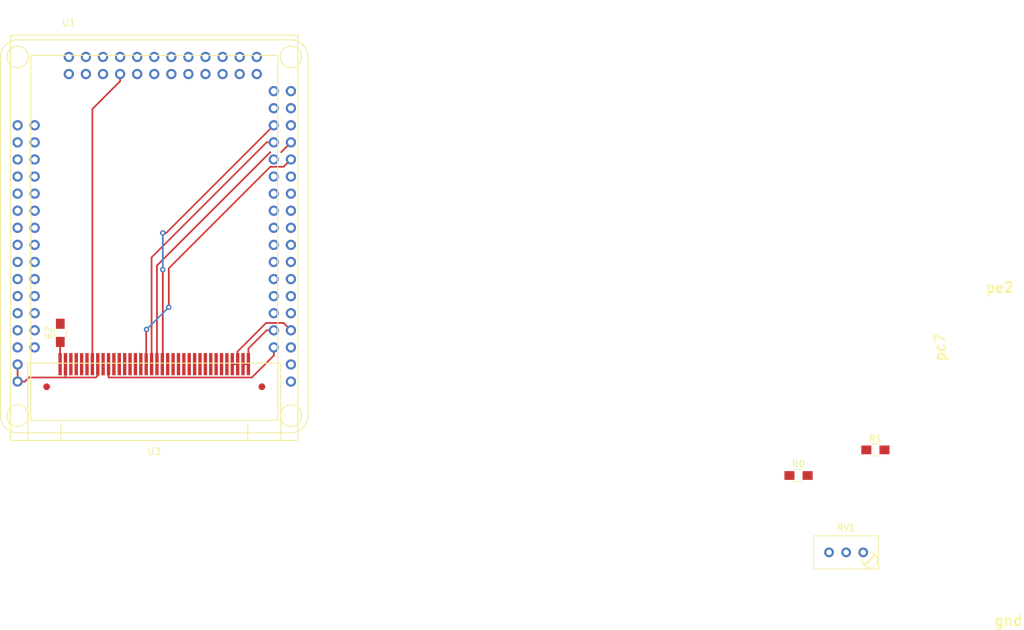
<source format=kicad_pcb>
(kicad_pcb (version 20170123) (host pcbnew "(2017-07-19 revision 242c47ffd)-makepkg")

  (general
    (thickness 1.6)
    (drawings 3)
    (tracks 57)
    (zones 0)
    (modules 6)
    (nets 98)
  )

  (page A4)
  (layers
    (0 F.Cu signal)
    (31 B.Cu signal)
    (32 B.Adhes user)
    (33 F.Adhes user)
    (34 B.Paste user)
    (35 F.Paste user)
    (36 B.SilkS user)
    (37 F.SilkS user)
    (38 B.Mask user)
    (39 F.Mask user)
    (40 Dwgs.User user hide)
    (41 Cmts.User user)
    (42 Eco1.User user)
    (43 Eco2.User user)
    (44 Edge.Cuts user)
    (45 Margin user)
    (46 B.CrtYd user)
    (47 F.CrtYd user)
    (48 B.Fab user)
    (49 F.Fab user)
  )

  (setup
    (last_trace_width 0.25)
    (trace_clearance 0.2)
    (zone_clearance 0.508)
    (zone_45_only no)
    (trace_min 0.2)
    (segment_width 0.2)
    (edge_width 0.1)
    (via_size 0.8)
    (via_drill 0.4)
    (via_min_size 0.4)
    (via_min_drill 0.3)
    (uvia_size 0.3)
    (uvia_drill 0.1)
    (uvias_allowed no)
    (uvia_min_size 0.2)
    (uvia_min_drill 0.1)
    (pcb_text_width 0.3)
    (pcb_text_size 1.5 1.5)
    (mod_edge_width 0.15)
    (mod_text_size 1 1)
    (mod_text_width 0.15)
    (pad_size 1.5 1.5)
    (pad_drill 0.6)
    (pad_to_mask_clearance 0)
    (aux_axis_origin 0 0)
    (visible_elements 7FFFFFFF)
    (pcbplotparams
      (layerselection 0x00030_ffffffff)
      (usegerberextensions false)
      (excludeedgelayer true)
      (linewidth 0.100000)
      (plotframeref false)
      (viasonmask false)
      (mode 1)
      (useauxorigin false)
      (hpglpennumber 1)
      (hpglpenspeed 20)
      (hpglpendiameter 15)
      (psnegative false)
      (psa4output false)
      (plotreference true)
      (plotvalue true)
      (plotinvisibletext false)
      (padsonsilk false)
      (subtractmaskfromsilk false)
      (outputformat 1)
      (mirror false)
      (drillshape 1)
      (scaleselection 1)
      (outputdirectory ""))
  )

  (net 0 "")
  (net 1 +3V3)
  (net 2 GND)
  (net 3 /PC11)
  (net 4 "Net-(U3-Pad7)")
  (net 5 "Net-(U3-Pad8)")
  (net 6 "Net-(U3-Pad9)")
  (net 7 "Net-(U3-Pad10)")
  (net 8 "Net-(U3-Pad11)")
  (net 9 "Net-(U3-Pad12)")
  (net 10 "Net-(U3-Pad13)")
  (net 11 "Net-(U3-Pad14)")
  (net 12 "Net-(U3-Pad15)")
  (net 13 "Net-(U3-Pad16)")
  (net 14 /PE10)
  (net 15 /PE9)
  (net 16 /PE8)
  (net 17 /PE7)
  (net 18 /PD1)
  (net 19 /PD0)
  (net 20 /PD15)
  (net 21 /PD14)
  (net 22 /PD4)
  (net 23 /PD5)
  (net 24 /PE6)
  (net 25 /PD7)
  (net 26 "Net-(R2-Pad1)")
  (net 27 VCC)
  (net 28 "Net-(R0-Pad1)")
  (net 29 "Net-(R2-Pad2)")
  (net 30 "Net-(RV1-Pad3)")
  (net 31 /PB7)
  (net 32 /PE0)
  (net 33 /PB5)
  (net 34 /PB6)
  (net 35 /PB3)
  (net 36 /PB4)
  (net 37 /PD6)
  (net 38 /PD2)
  (net 39 /PD3)
  (net 40 /PC12)
  (net 41 /PA15)
  (net 42 /PC10)
  (net 43 /PA13)
  (net 44 /PA14)
  (net 45 /PA11)
  (net 46 /PA12)
  (net 47 /PA9)
  (net 48 /PA10)
  (net 49 /PC9)
  (net 50 /PA8)
  (net 51 /PE3)
  (net 52 /PE2)
  (net 53 /PE5)
  (net 54 /PE4)
  (net 55 /PC13)
  (net 56 /PC1)
  (net 57 /PC0)
  (net 58 /PA0)
  (net 59 /PC2)
  (net 60 /PA2)
  (net 61 /PA1)
  (net 62 /PA3)
  (net 63 /PC3)
  (net 64 /PA5)
  (net 65 /PA4)
  (net 66 /PA7)
  (net 67 /PA6)
  (net 68 /PC5)
  (net 69 /PC4)
  (net 70 /PB1)
  (net 71 /PB0)
  (net 72 /PB9)
  (net 73 /PB8)
  (net 74 /PE1)
  (net 75 /PB2)
  (net 76 /PC7)
  (net 77 /PC8)
  (net 78 /PC6)
  (net 79 /PD13)
  (net 80 /PD11)
  (net 81 /PD12)
  (net 82 /PD9)
  (net 83 /PD10)
  (net 84 /PB15)
  (net 85 /PD8)
  (net 86 /PB13)
  (net 87 /PB14)
  (net 88 /PB12)
  (net 89 /PB11)
  (net 90 /PB10)
  (net 91 /PE15)
  (net 92 /PE14)
  (net 93 /PE13)
  (net 94 /PE12)
  (net 95 /PE11)
  (net 96 /BOOT1)
  (net 97 /BOOT0)

  (net_class Default "This is the default net class."
    (clearance 0.2)
    (trace_width 0.25)
    (via_dia 0.8)
    (via_drill 0.4)
    (uvia_dia 0.3)
    (uvia_drill 0.1)
    (add_net +3V3)
    (add_net /BOOT0)
    (add_net /BOOT1)
    (add_net /PA0)
    (add_net /PA1)
    (add_net /PA10)
    (add_net /PA11)
    (add_net /PA12)
    (add_net /PA13)
    (add_net /PA14)
    (add_net /PA15)
    (add_net /PA2)
    (add_net /PA3)
    (add_net /PA4)
    (add_net /PA5)
    (add_net /PA6)
    (add_net /PA7)
    (add_net /PA8)
    (add_net /PA9)
    (add_net /PB0)
    (add_net /PB1)
    (add_net /PB10)
    (add_net /PB11)
    (add_net /PB12)
    (add_net /PB13)
    (add_net /PB14)
    (add_net /PB15)
    (add_net /PB2)
    (add_net /PB3)
    (add_net /PB4)
    (add_net /PB5)
    (add_net /PB6)
    (add_net /PB7)
    (add_net /PB8)
    (add_net /PB9)
    (add_net /PC0)
    (add_net /PC1)
    (add_net /PC10)
    (add_net /PC11)
    (add_net /PC12)
    (add_net /PC13)
    (add_net /PC2)
    (add_net /PC3)
    (add_net /PC4)
    (add_net /PC5)
    (add_net /PC6)
    (add_net /PC7)
    (add_net /PC8)
    (add_net /PC9)
    (add_net /PD0)
    (add_net /PD1)
    (add_net /PD10)
    (add_net /PD11)
    (add_net /PD12)
    (add_net /PD13)
    (add_net /PD14)
    (add_net /PD15)
    (add_net /PD2)
    (add_net /PD3)
    (add_net /PD4)
    (add_net /PD5)
    (add_net /PD6)
    (add_net /PD7)
    (add_net /PD8)
    (add_net /PD9)
    (add_net /PE0)
    (add_net /PE1)
    (add_net /PE10)
    (add_net /PE11)
    (add_net /PE12)
    (add_net /PE13)
    (add_net /PE14)
    (add_net /PE15)
    (add_net /PE2)
    (add_net /PE3)
    (add_net /PE4)
    (add_net /PE5)
    (add_net /PE6)
    (add_net /PE7)
    (add_net /PE8)
    (add_net /PE9)
    (add_net GND)
    (add_net "Net-(R0-Pad1)")
    (add_net "Net-(R2-Pad1)")
    (add_net "Net-(R2-Pad2)")
    (add_net "Net-(RV1-Pad3)")
    (add_net "Net-(U3-Pad10)")
    (add_net "Net-(U3-Pad11)")
    (add_net "Net-(U3-Pad12)")
    (add_net "Net-(U3-Pad13)")
    (add_net "Net-(U3-Pad14)")
    (add_net "Net-(U3-Pad15)")
    (add_net "Net-(U3-Pad16)")
    (add_net "Net-(U3-Pad7)")
    (add_net "Net-(U3-Pad8)")
    (add_net "Net-(U3-Pad9)")
    (add_net VCC)
  )

  (module Resistors_SMD:R_0805_HandSoldering (layer F.Cu) (tedit 58E0A804) (tstamp 59FDAF05)
    (at 120.65 104.521 90)
    (descr "Resistor SMD 0805, hand soldering")
    (tags "resistor 0805")
    (path /596E36D2)
    (attr smd)
    (fp_text reference R2 (at 0 -1.7 90) (layer F.SilkS)
      (effects (font (size 1 1) (thickness 0.15)))
    )
    (fp_text value 1 (at 0 1.75 90) (layer F.Fab)
      (effects (font (size 1 1) (thickness 0.15)))
    )
    (fp_line (start 2.35 0.9) (end -2.35 0.9) (layer F.CrtYd) (width 0.05))
    (fp_line (start 2.35 0.9) (end 2.35 -0.9) (layer F.CrtYd) (width 0.05))
    (fp_line (start -2.35 -0.9) (end -2.35 0.9) (layer F.CrtYd) (width 0.05))
    (fp_line (start -2.35 -0.9) (end 2.35 -0.9) (layer F.CrtYd) (width 0.05))
    (fp_line (start -0.6 -0.88) (end 0.6 -0.88) (layer F.SilkS) (width 0.12))
    (fp_line (start 0.6 0.88) (end -0.6 0.88) (layer F.SilkS) (width 0.12))
    (fp_line (start -1 -0.62) (end 1 -0.62) (layer F.Fab) (width 0.1))
    (fp_line (start 1 -0.62) (end 1 0.62) (layer F.Fab) (width 0.1))
    (fp_line (start 1 0.62) (end -1 0.62) (layer F.Fab) (width 0.1))
    (fp_line (start -1 0.62) (end -1 -0.62) (layer F.Fab) (width 0.1))
    (fp_text user %R (at 0 0 90) (layer F.Fab)
      (effects (font (size 0.5 0.5) (thickness 0.075)))
    )
    (pad 2 smd rect (at 1.35 0 90) (size 1.5 1.3) (layers F.Cu F.Paste F.Mask)
      (net 29 "Net-(R2-Pad2)"))
    (pad 1 smd rect (at -1.35 0 90) (size 1.5 1.3) (layers F.Cu F.Paste F.Mask)
      (net 26 "Net-(R2-Pad1)"))
    (model ${KISYS3DMOD}/Resistors_SMD.3dshapes/R_0805.wrl
      (at (xyz 0 0 0))
      (scale (xyz 1 1 1))
      (rotate (xyz 0 0 0))
    )
  )

  (module Resistors_SMD:R_0805_HandSoldering (layer F.Cu) (tedit 58E0A804) (tstamp 59FDAEF5)
    (at 241.84 121.92)
    (descr "Resistor SMD 0805, hand soldering")
    (tags "resistor 0805")
    (path /59FB52AD)
    (attr smd)
    (fp_text reference R1 (at 0 -1.7) (layer F.SilkS)
      (effects (font (size 1 1) (thickness 0.15)))
    )
    (fp_text value 0 (at 0 1.75) (layer F.Fab)
      (effects (font (size 1 1) (thickness 0.15)))
    )
    (fp_text user %R (at 0 0) (layer F.Fab)
      (effects (font (size 0.5 0.5) (thickness 0.075)))
    )
    (fp_line (start -1 0.62) (end -1 -0.62) (layer F.Fab) (width 0.1))
    (fp_line (start 1 0.62) (end -1 0.62) (layer F.Fab) (width 0.1))
    (fp_line (start 1 -0.62) (end 1 0.62) (layer F.Fab) (width 0.1))
    (fp_line (start -1 -0.62) (end 1 -0.62) (layer F.Fab) (width 0.1))
    (fp_line (start 0.6 0.88) (end -0.6 0.88) (layer F.SilkS) (width 0.12))
    (fp_line (start -0.6 -0.88) (end 0.6 -0.88) (layer F.SilkS) (width 0.12))
    (fp_line (start -2.35 -0.9) (end 2.35 -0.9) (layer F.CrtYd) (width 0.05))
    (fp_line (start -2.35 -0.9) (end -2.35 0.9) (layer F.CrtYd) (width 0.05))
    (fp_line (start 2.35 0.9) (end 2.35 -0.9) (layer F.CrtYd) (width 0.05))
    (fp_line (start 2.35 0.9) (end -2.35 0.9) (layer F.CrtYd) (width 0.05))
    (pad 1 smd rect (at -1.35 0) (size 1.5 1.3) (layers F.Cu F.Paste F.Mask)
      (net 28 "Net-(R0-Pad1)"))
    (pad 2 smd rect (at 1.35 0) (size 1.5 1.3) (layers F.Cu F.Paste F.Mask)
      (net 1 +3V3))
    (model ${KISYS3DMOD}/Resistors_SMD.3dshapes/R_0805.wrl
      (at (xyz 0 0 0))
      (scale (xyz 1 1 1))
      (rotate (xyz 0 0 0))
    )
  )

  (module Resistors_SMD:R_0805_HandSoldering (layer F.Cu) (tedit 58E0A804) (tstamp 59FDAEE5)
    (at 230.41 125.73)
    (descr "Resistor SMD 0805, hand soldering")
    (tags "resistor 0805")
    (path /59FB522A)
    (attr smd)
    (fp_text reference R0 (at 0 -1.7) (layer F.SilkS)
      (effects (font (size 1 1) (thickness 0.15)))
    )
    (fp_text value 0 (at 0 1.75) (layer F.Fab)
      (effects (font (size 1 1) (thickness 0.15)))
    )
    (fp_line (start 2.35 0.9) (end -2.35 0.9) (layer F.CrtYd) (width 0.05))
    (fp_line (start 2.35 0.9) (end 2.35 -0.9) (layer F.CrtYd) (width 0.05))
    (fp_line (start -2.35 -0.9) (end -2.35 0.9) (layer F.CrtYd) (width 0.05))
    (fp_line (start -2.35 -0.9) (end 2.35 -0.9) (layer F.CrtYd) (width 0.05))
    (fp_line (start -0.6 -0.88) (end 0.6 -0.88) (layer F.SilkS) (width 0.12))
    (fp_line (start 0.6 0.88) (end -0.6 0.88) (layer F.SilkS) (width 0.12))
    (fp_line (start -1 -0.62) (end 1 -0.62) (layer F.Fab) (width 0.1))
    (fp_line (start 1 -0.62) (end 1 0.62) (layer F.Fab) (width 0.1))
    (fp_line (start 1 0.62) (end -1 0.62) (layer F.Fab) (width 0.1))
    (fp_line (start -1 0.62) (end -1 -0.62) (layer F.Fab) (width 0.1))
    (fp_text user %R (at 0 0) (layer F.Fab)
      (effects (font (size 0.5 0.5) (thickness 0.075)))
    )
    (pad 2 smd rect (at 1.35 0) (size 1.5 1.3) (layers F.Cu F.Paste F.Mask)
      (net 27 VCC))
    (pad 1 smd rect (at -1.35 0) (size 1.5 1.3) (layers F.Cu F.Paste F.Mask)
      (net 28 "Net-(R0-Pad1)"))
    (model ${KISYS3DMOD}/Resistors_SMD.3dshapes/R_0805.wrl
      (at (xyz 0 0 0))
      (scale (xyz 1 1 1))
      (rotate (xyz 0 0 0))
    )
  )

  (module paccerlib:MiniSTM32F407_PinsRemoved (layer F.Cu) (tedit 59FCD027) (tstamp 59FD6544)
    (at 114.3 63.5)
    (path /59FBC273)
    (fp_text reference U1 (at 7.62 -5.08) (layer F.SilkS)
      (effects (font (size 1 1) (thickness 0.15)))
    )
    (fp_text value MiniSTM32F407 (at 7.62 -7.62) (layer F.Fab)
      (effects (font (size 1 1) (thickness 0.15)))
    )
    (fp_circle (center 0 0) (end 1.6 0) (layer F.SilkS) (width 0.15))
    (fp_circle (center 40.64 0) (end 42.24 0) (layer F.SilkS) (width 0.15))
    (fp_circle (center 0 53.34) (end 1.6 53.34) (layer F.SilkS) (width 0.15))
    (fp_circle (center 40.64 53.34) (end 42.24 53.34) (layer F.SilkS) (width 0.15))
    (fp_line (start -2.54 0) (end -2.54 53.34) (layer F.SilkS) (width 0.15))
    (fp_line (start 43.18 53.34) (end 43.18 0) (layer F.SilkS) (width 0.15))
    (fp_line (start 40.64 -2.54) (end 0 -2.54) (layer F.SilkS) (width 0.15))
    (fp_line (start 0 55.88) (end 40.64 55.88) (layer F.SilkS) (width 0.15))
    (fp_arc (start 40.64 0) (end 43.18 0) (angle -90) (layer F.SilkS) (width 0.15))
    (fp_arc (start 0 0) (end 0 -2.54) (angle -90) (layer F.SilkS) (width 0.15))
    (fp_arc (start 0 53.34) (end -2.54 53.34) (angle -90) (layer F.SilkS) (width 0.15))
    (fp_arc (start 40.64 53.34) (end 40.64 55.88) (angle -90) (layer F.SilkS) (width 0.15))
    (pad 1 thru_hole circle (at 0 10.16) (size 1.524 1.524) (drill 0.9) (layers *.Cu *.Mask)
      (net 2 GND))
    (pad 2 thru_hole circle (at 2.54 10.16) (size 1.524 1.524) (drill 0.9) (layers *.Cu *.Mask)
      (net 27 VCC))
    (pad 3 thru_hole circle (at 0 12.7) (size 1.524 1.524) (drill 0.9) (layers *.Cu *.Mask)
      (net 50 /PA8))
    (pad 4 thru_hole circle (at 2.54 12.7) (size 1.524 1.524) (drill 0.9) (layers *.Cu *.Mask)
      (net 49 /PC9))
    (pad 5 thru_hole circle (at 0 15.24) (size 1.524 1.524) (drill 0.9) (layers *.Cu *.Mask)
      (net 48 /PA10))
    (pad 6 thru_hole circle (at 2.54 15.24) (size 1.524 1.524) (drill 0.9) (layers *.Cu *.Mask)
      (net 47 /PA9))
    (pad 7 thru_hole circle (at 0 17.78) (size 1.524 1.524) (drill 0.9) (layers *.Cu *.Mask)
      (net 46 /PA12))
    (pad 8 thru_hole circle (at 2.54 17.78) (size 1.524 1.524) (drill 0.9) (layers *.Cu *.Mask)
      (net 45 /PA11))
    (pad 9 thru_hole circle (at 0 20.32) (size 1.524 1.524) (drill 0.9) (layers *.Cu *.Mask)
      (net 44 /PA14))
    (pad 10 thru_hole circle (at 2.54 20.32) (size 1.524 1.524) (drill 0.9) (layers *.Cu *.Mask)
      (net 43 /PA13))
    (pad 11 thru_hole circle (at 0 22.86) (size 1.524 1.524) (drill 0.9) (layers *.Cu *.Mask)
      (net 42 /PC10))
    (pad 12 thru_hole circle (at 2.54 22.86) (size 1.524 1.524) (drill 0.9) (layers *.Cu *.Mask)
      (net 41 /PA15))
    (pad 13 thru_hole circle (at 0 25.4) (size 1.524 1.524) (drill 0.9) (layers *.Cu *.Mask)
      (net 40 /PC12))
    (pad 14 thru_hole circle (at 2.54 25.4) (size 1.524 1.524) (drill 0.9) (layers *.Cu *.Mask)
      (net 3 /PC11))
    (pad 15 thru_hole circle (at 0 27.94) (size 1.524 1.524) (drill 0.9) (layers *.Cu *.Mask)
      (net 18 /PD1))
    (pad 16 thru_hole circle (at 2.54 27.94) (size 1.524 1.524) (drill 0.9) (layers *.Cu *.Mask)
      (net 19 /PD0))
    (pad 17 thru_hole circle (at 0 30.48) (size 1.524 1.524) (drill 0.9) (layers *.Cu *.Mask)
      (net 39 /PD3))
    (pad 18 thru_hole circle (at 2.54 30.48) (size 1.524 1.524) (drill 0.9) (layers *.Cu *.Mask)
      (net 38 /PD2))
    (pad 19 thru_hole circle (at 0 33.02) (size 1.524 1.524) (drill 0.9) (layers *.Cu *.Mask)
      (net 23 /PD5))
    (pad 20 thru_hole circle (at 2.54 33.02) (size 1.524 1.524) (drill 0.9) (layers *.Cu *.Mask)
      (net 22 /PD4))
    (pad 21 thru_hole circle (at 0 35.56) (size 1.524 1.524) (drill 0.9) (layers *.Cu *.Mask)
      (net 25 /PD7))
    (pad 22 thru_hole circle (at 2.54 35.56) (size 1.524 1.524) (drill 0.9) (layers *.Cu *.Mask)
      (net 37 /PD6))
    (pad 23 thru_hole circle (at 0 38.1) (size 1.524 1.524) (drill 0.9) (layers *.Cu *.Mask)
      (net 36 /PB4))
    (pad 24 thru_hole circle (at 2.54 38.1) (size 1.524 1.524) (drill 0.9) (layers *.Cu *.Mask)
      (net 35 /PB3))
    (pad 25 thru_hole circle (at 0 40.64) (size 1.524 1.524) (drill 0.9) (layers *.Cu *.Mask)
      (net 34 /PB6))
    (pad 26 thru_hole circle (at 2.54 40.64) (size 1.524 1.524) (drill 0.9) (layers *.Cu *.Mask)
      (net 33 /PB5))
    (pad 27 thru_hole circle (at 0 43.18) (size 1.524 1.524) (drill 0.9) (layers *.Cu *.Mask)
      (net 32 /PE0))
    (pad 28 thru_hole circle (at 2.54 43.18) (size 1.524 1.524) (drill 0.9) (layers *.Cu *.Mask)
      (net 31 /PB7))
    (pad 29 thru_hole circle (at 0 45.72) (size 1.524 1.524) (drill 0.9) (layers *.Cu *.Mask)
      (net 2 GND))
    (pad 30 smd circle (at 2.54 45.72) (size 1.524 1.524) (layers Dwgs.User)
      (net 1 +3V3))
    (pad 31 thru_hole circle (at 0 48.26) (size 1.524 1.524) (drill 0.9) (layers *.Cu *.Mask)
      (net 2 GND))
    (pad 32 smd circle (at 2.54 48.26) (size 1.524 1.524) (layers Dwgs.User)
      (net 27 VCC))
    (pad 33 thru_hole circle (at 38.1 5.08) (size 1.524 1.524) (drill 0.9) (layers *.Cu *.Mask)
      (net 96 /BOOT1))
    (pad 34 thru_hole circle (at 40.64 5.08) (size 1.524 1.524) (drill 0.9) (layers *.Cu *.Mask)
      (net 2 GND))
    (pad 35 thru_hole circle (at 38.1 7.62) (size 1.524 1.524) (drill 0.9) (layers *.Cu *.Mask)
      (net 97 /BOOT0))
    (pad 36 thru_hole circle (at 40.64 7.62) (size 1.524 1.524) (drill 0.9) (layers *.Cu *.Mask)
      (net 2 GND))
    (pad 37 thru_hole circle (at 38.1 10.16) (size 1.524 1.524) (drill 0.9) (layers *.Cu *.Mask)
      (net 14 /PE10))
    (pad 38 thru_hole circle (at 40.64 10.16) (size 1.524 1.524) (drill 0.9) (layers *.Cu *.Mask)
      (net 75 /PB2))
    (pad 39 thru_hole circle (at 38.1 12.7) (size 1.524 1.524) (drill 0.9) (layers *.Cu *.Mask)
      (net 16 /PE8))
    (pad 40 thru_hole circle (at 40.64 12.7) (size 1.524 1.524) (drill 0.9) (layers *.Cu *.Mask)
      (net 15 /PE9))
    (pad 41 thru_hole circle (at 38.1 15.24) (size 1.524 1.524) (drill 0.9) (layers *.Cu *.Mask)
      (net 74 /PE1))
    (pad 42 thru_hole circle (at 40.64 15.24) (size 1.524 1.524) (drill 0.9) (layers *.Cu *.Mask)
      (net 17 /PE7))
    (pad 43 thru_hole circle (at 38.1 17.78) (size 1.524 1.524) (drill 0.9) (layers *.Cu *.Mask)
      (net 73 /PB8))
    (pad 44 thru_hole circle (at 40.64 17.78) (size 1.524 1.524) (drill 0.9) (layers *.Cu *.Mask)
      (net 72 /PB9))
    (pad 45 thru_hole circle (at 38.1 20.32) (size 1.524 1.524) (drill 0.9) (layers *.Cu *.Mask)
      (net 71 /PB0))
    (pad 46 thru_hole circle (at 40.64 20.32) (size 1.524 1.524) (drill 0.9) (layers *.Cu *.Mask)
      (net 70 /PB1))
    (pad 47 thru_hole circle (at 38.1 22.86) (size 1.524 1.524) (drill 0.9) (layers *.Cu *.Mask)
      (net 69 /PC4))
    (pad 48 thru_hole circle (at 40.64 22.86) (size 1.524 1.524) (drill 0.9) (layers *.Cu *.Mask)
      (net 68 /PC5))
    (pad 49 thru_hole circle (at 38.1 25.4) (size 1.524 1.524) (drill 0.9) (layers *.Cu *.Mask)
      (net 67 /PA6))
    (pad 50 thru_hole circle (at 40.64 25.4) (size 1.524 1.524) (drill 0.9) (layers *.Cu *.Mask)
      (net 66 /PA7))
    (pad 51 thru_hole circle (at 38.1 27.94) (size 1.524 1.524) (drill 0.9) (layers *.Cu *.Mask)
      (net 65 /PA4))
    (pad 52 thru_hole circle (at 40.64 27.94) (size 1.524 1.524) (drill 0.9) (layers *.Cu *.Mask)
      (net 64 /PA5))
    (pad 53 thru_hole circle (at 38.1 30.48) (size 1.524 1.524) (drill 0.9) (layers *.Cu *.Mask)
      (net 63 /PC3))
    (pad 54 thru_hole circle (at 40.64 30.48) (size 1.524 1.524) (drill 0.9) (layers *.Cu *.Mask)
      (net 62 /PA3))
    (pad 55 thru_hole circle (at 38.1 33.02) (size 1.524 1.524) (drill 0.9) (layers *.Cu *.Mask)
      (net 61 /PA1))
    (pad 56 thru_hole circle (at 40.64 33.02) (size 1.524 1.524) (drill 0.9) (layers *.Cu *.Mask)
      (net 60 /PA2))
    (pad 57 thru_hole circle (at 38.1 35.56) (size 1.524 1.524) (drill 0.9) (layers *.Cu *.Mask)
      (net 59 /PC2))
    (pad 58 thru_hole circle (at 40.64 35.56) (size 1.524 1.524) (drill 0.9) (layers *.Cu *.Mask)
      (net 58 /PA0))
    (pad 59 thru_hole circle (at 38.1 38.1) (size 1.524 1.524) (drill 0.9) (layers *.Cu *.Mask)
      (net 57 /PC0))
    (pad 60 thru_hole circle (at 40.64 38.1) (size 1.524 1.524) (drill 0.9) (layers *.Cu *.Mask)
      (net 56 /PC1))
    (pad 61 thru_hole circle (at 38.1 40.64) (size 1.524 1.524) (drill 0.9) (layers *.Cu *.Mask)
      (net 1 +3V3))
    (pad 62 thru_hole circle (at 40.64 40.64) (size 1.524 1.524) (drill 0.9) (layers *.Cu *.Mask)
      (net 2 GND))
    (pad 63 thru_hole circle (at 38.1 43.18) (size 1.524 1.524) (drill 0.9) (layers *.Cu *.Mask)
      (net 24 /PE6))
    (pad 64 thru_hole circle (at 40.64 43.18) (size 1.524 1.524) (drill 0.9) (layers *.Cu *.Mask)
      (net 55 /PC13))
    (pad 65 smd circle (at 38.1 45.72) (size 1.524 1.524) (layers Dwgs.User)
      (net 54 /PE4))
    (pad 66 thru_hole circle (at 40.64 45.72) (size 1.524 1.524) (drill 0.9) (layers *.Cu *.Mask)
      (net 53 /PE5))
    (pad 67 smd circle (at 38.1 48.26) (size 1.524 1.524) (layers Dwgs.User)
      (net 52 /PE2))
    (pad 68 thru_hole circle (at 40.64 48.26) (size 1.524 1.524) (drill 0.9) (layers *.Cu *.Mask)
      (net 51 /PE3))
    (pad 69 thru_hole circle (at 7.62 0) (size 1.524 1.524) (drill 0.9) (layers *.Cu *.Mask)
      (net 77 /PC8))
    (pad 70 thru_hole circle (at 10.16 0) (size 1.524 1.524) (drill 0.9) (layers *.Cu *.Mask)
      (net 76 /PC7))
    (pad 71 thru_hole circle (at 12.7 0) (size 1.524 1.524) (drill 0.9) (layers *.Cu *.Mask)
      (net 78 /PC6))
    (pad 72 thru_hole circle (at 15.24 0) (size 1.524 1.524) (drill 0.9) (layers *.Cu *.Mask)
      (net 20 /PD15))
    (pad 73 thru_hole circle (at 17.78 0) (size 1.524 1.524) (drill 0.9) (layers *.Cu *.Mask)
      (net 21 /PD14))
    (pad 74 thru_hole circle (at 20.32 0) (size 1.524 1.524) (drill 0.9) (layers *.Cu *.Mask)
      (net 79 /PD13))
    (pad 75 thru_hole circle (at 22.86 0) (size 1.524 1.524) (drill 0.9) (layers *.Cu *.Mask)
      (net 81 /PD12))
    (pad 76 thru_hole circle (at 25.4 0) (size 1.524 1.524) (drill 0.9) (layers *.Cu *.Mask)
      (net 80 /PD11))
    (pad 77 thru_hole circle (at 27.94 0) (size 1.524 1.524) (drill 0.9) (layers *.Cu *.Mask)
      (net 83 /PD10))
    (pad 78 thru_hole circle (at 30.48 0) (size 1.524 1.524) (drill 0.9) (layers *.Cu *.Mask)
      (net 82 /PD9))
    (pad 79 thru_hole circle (at 33.02 0) (size 1.524 1.524) (drill 0.9) (layers *.Cu *.Mask)
      (net 85 /PD8))
    (pad 80 thru_hole circle (at 35.56 0) (size 1.524 1.524) (drill 0.9) (layers *.Cu *.Mask)
      (net 84 /PB15))
    (pad 81 thru_hole circle (at 7.62 2.54) (size 1.524 1.524) (drill 0.9) (layers *.Cu *.Mask)
      (net 87 /PB14))
    (pad 82 thru_hole circle (at 10.16 2.54) (size 1.524 1.524) (drill 0.9) (layers *.Cu *.Mask)
      (net 86 /PB13))
    (pad 83 thru_hole circle (at 12.7 2.54) (size 1.524 1.524) (drill 0.9) (layers *.Cu *.Mask)
      (net 88 /PB12))
    (pad 84 thru_hole circle (at 15.24 2.54) (size 1.524 1.524) (drill 0.9) (layers *.Cu *.Mask)
      (net 1 +3V3))
    (pad 85 thru_hole circle (at 17.78 2.54) (size 1.524 1.524) (drill 0.9) (layers *.Cu *.Mask)
      (net 89 /PB11))
    (pad 86 thru_hole circle (at 20.32 2.54) (size 1.524 1.524) (drill 0.9) (layers *.Cu *.Mask)
      (net 2 GND))
    (pad 87 thru_hole circle (at 22.86 2.54) (size 1.524 1.524) (drill 0.9) (layers *.Cu *.Mask)
      (net 91 /PE15))
    (pad 88 thru_hole circle (at 25.4 2.54) (size 1.524 1.524) (drill 0.9) (layers *.Cu *.Mask)
      (net 90 /PB10))
    (pad 89 thru_hole circle (at 27.94 2.54) (size 1.524 1.524) (drill 0.9) (layers *.Cu *.Mask)
      (net 93 /PE13))
    (pad 90 thru_hole circle (at 30.48 2.54) (size 1.524 1.524) (drill 0.9) (layers *.Cu *.Mask)
      (net 92 /PE14))
    (pad 91 thru_hole circle (at 33.02 2.54) (size 1.524 1.524) (drill 0.9) (layers *.Cu *.Mask)
      (net 95 /PE11))
    (pad 92 thru_hole circle (at 35.56 2.54) (size 1.524 1.524) (drill 0.9) (layers *.Cu *.Mask)
      (net 94 /PE12))
  )

  (module paccerlib:ET024002DMUrev2 (layer F.Cu) (tedit 59FCB24C) (tstamp 59FD2907)
    (at 134.62 106.68)
    (descr "240x320 display module")
    (tags display)
    (path /596E3337)
    (fp_text reference U3 (at 0 15.5) (layer F.SilkS)
      (effects (font (size 1 1) (thickness 0.15)))
    )
    (fp_text value ET024002DMU (at 0 -47.5) (layer F.Fab)
      (effects (font (size 1 1) (thickness 0.15)))
    )
    (fp_line (start -18.8 2.35) (end 18.8 2.35) (layer F.SilkS) (width 0.15))
    (fp_line (start 18.8 2.35) (end 18.8 13.85) (layer F.SilkS) (width 0.15))
    (fp_line (start 21.36 13.85) (end -21.36 13.85) (layer F.SilkS) (width 0.15))
    (fp_line (start -18.8 2.35) (end -18.8 13.85) (layer F.SilkS) (width 0.15))
    (fp_line (start -18.8 13.85) (end 18.8 13.85) (layer F.SilkS) (width 0.15))
    (fp_line (start -21.36 -46.41) (end 21.36 -46.41) (layer F.SilkS) (width 0.15))
    (fp_line (start 21.36 -46.41) (end 21.36 13.85) (layer F.SilkS) (width 0.15))
    (fp_line (start -21.36 13.85) (end -21.36 -46.41) (layer F.SilkS) (width 0.15))
    (fp_line (start -13.9 11.35) (end -13.9 13.85) (layer F.SilkS) (width 0.15))
    (fp_line (start 13.9 11.35) (end 13.9 13.85) (layer F.SilkS) (width 0.15))
    (fp_line (start -18.36 -43.41) (end 18.36 -43.41) (layer F.SilkS) (width 0.15))
    (fp_line (start 18.36 -43.41) (end 18.36 10.85) (layer F.SilkS) (width 0.15))
    (fp_line (start 18.36 10.85) (end -18.36 10.85) (layer F.SilkS) (width 0.15))
    (fp_line (start -18.36 10.85) (end -18.36 -43.41) (layer F.SilkS) (width 0.15))
    (pad "" smd circle (at 16 5.85) (size 1 1) (layers F.Cu F.Paste F.Mask))
    (pad "" smd circle (at -16 5.85) (size 1 1) (layers F.Cu F.Paste F.Mask))
    (pad 36 smd rect (at -14 2.5 180) (size 0.5 3.3) (layers F.Cu F.Paste F.Mask)
      (net 26 "Net-(R2-Pad1)"))
    (pad 35 smd rect (at -13.2 2.5 180) (size 0.5 3.3) (layers F.Cu F.Paste F.Mask)
      (net 2 GND))
    (pad 34 smd rect (at -12.4 2.5 180) (size 0.5 3.3) (layers F.Cu F.Paste F.Mask))
    (pad 33 smd rect (at -11.6 2.5 180) (size 0.5 3.3) (layers F.Cu F.Paste F.Mask))
    (pad 32 smd rect (at -10.8 2.5 180) (size 0.5 3.3) (layers F.Cu F.Paste F.Mask))
    (pad 31 smd rect (at -10 2.5 180) (size 0.5 3.3) (layers F.Cu F.Paste F.Mask))
    (pad 30 smd rect (at -9.2 2.5 180) (size 0.5 3.3) (layers F.Cu F.Paste F.Mask)
      (net 1 +3V3))
    (pad 29 smd rect (at -8.4 2.5 180) (size 0.5 3.3) (layers F.Cu F.Paste F.Mask)
      (net 2 GND))
    (pad 28 smd rect (at -7.6 2.5 180) (size 0.5 3.3) (layers F.Cu F.Paste F.Mask)
      (net 25 /PD7))
    (pad 27 smd rect (at -6.8 2.5 180) (size 0.5 3.3) (layers F.Cu F.Paste F.Mask)
      (net 24 /PE6))
    (pad 26 smd rect (at -6 2.5 180) (size 0.5 3.3) (layers F.Cu F.Paste F.Mask)
      (net 23 /PD5))
    (pad 25 smd rect (at -5.2 2.5 180) (size 0.5 3.3) (layers F.Cu F.Paste F.Mask)
      (net 22 /PD4))
    (pad 24 smd rect (at -4.4 2.5 180) (size 0.5 3.3) (layers F.Cu F.Paste F.Mask)
      (net 21 /PD14))
    (pad 23 smd rect (at -3.6 2.5 180) (size 0.5 3.3) (layers F.Cu F.Paste F.Mask)
      (net 20 /PD15))
    (pad 22 smd rect (at -2.8 2.5 180) (size 0.5 3.3) (layers F.Cu F.Paste F.Mask)
      (net 19 /PD0))
    (pad 21 smd rect (at -2 2.5 180) (size 0.5 3.3) (layers F.Cu F.Paste F.Mask)
      (net 18 /PD1))
    (pad 20 smd rect (at -1.2 2.5 180) (size 0.5 3.3) (layers F.Cu F.Paste F.Mask)
      (net 17 /PE7))
    (pad 19 smd rect (at -0.4 2.5 180) (size 0.5 3.3) (layers F.Cu F.Paste F.Mask)
      (net 16 /PE8))
    (pad 18 smd rect (at 0.4 2.5 180) (size 0.5 3.3) (layers F.Cu F.Paste F.Mask)
      (net 15 /PE9))
    (pad 17 smd rect (at 1.2 2.5 180) (size 0.5 3.3) (layers F.Cu F.Paste F.Mask)
      (net 14 /PE10))
    (pad 16 smd rect (at 2 2.5 180) (size 0.5 3.3) (layers F.Cu F.Paste F.Mask)
      (net 13 "Net-(U3-Pad16)"))
    (pad 15 smd rect (at 2.8 2.5 180) (size 0.5 3.3) (layers F.Cu F.Paste F.Mask)
      (net 12 "Net-(U3-Pad15)"))
    (pad 14 smd rect (at 3.6 2.5 180) (size 0.5 3.3) (layers F.Cu F.Paste F.Mask)
      (net 11 "Net-(U3-Pad14)"))
    (pad 13 smd rect (at 4.4 2.5 180) (size 0.5 3.3) (layers F.Cu F.Paste F.Mask)
      (net 10 "Net-(U3-Pad13)"))
    (pad 12 smd rect (at 5.2 2.5 180) (size 0.5 3.3) (layers F.Cu F.Paste F.Mask)
      (net 9 "Net-(U3-Pad12)"))
    (pad 11 smd rect (at 6 2.5 180) (size 0.5 3.3) (layers F.Cu F.Paste F.Mask)
      (net 8 "Net-(U3-Pad11)"))
    (pad 10 smd rect (at 6.8 2.5 180) (size 0.5 3.3) (layers F.Cu F.Paste F.Mask)
      (net 7 "Net-(U3-Pad10)"))
    (pad 9 smd rect (at 7.6 2.5 180) (size 0.5 3.3) (layers F.Cu F.Paste F.Mask)
      (net 6 "Net-(U3-Pad9)"))
    (pad 8 smd rect (at 8.4 2.5 180) (size 0.5 3.3) (layers F.Cu F.Paste F.Mask)
      (net 5 "Net-(U3-Pad8)"))
    (pad 7 smd rect (at 9.2 2.5 180) (size 0.5 3.3) (layers F.Cu F.Paste F.Mask)
      (net 4 "Net-(U3-Pad7)"))
    (pad 6 smd rect (at 10 2.5 180) (size 0.5 3.3) (layers F.Cu F.Paste F.Mask)
      (net 3 /PC11))
    (pad 5 smd rect (at 10.8 2.5 180) (size 0.5 3.3) (layers F.Cu F.Paste F.Mask)
      (net 1 +3V3))
    (pad 4 smd rect (at 11.6 2.5 180) (size 0.5 3.3) (layers F.Cu F.Paste F.Mask)
      (net 2 GND))
    (pad 3 smd rect (at 12.4 2.5 180) (size 0.5 3.3) (layers F.Cu F.Paste F.Mask)
      (net 2 GND))
    (pad 2 smd rect (at 13.2 2.5 180) (size 0.5 3.3) (layers F.Cu F.Paste F.Mask)
      (net 1 +3V3))
    (pad 1 smd rect (at 14 2.5 180) (size 0.5 3.3) (layers F.Cu F.Paste F.Mask)
      (net 1 +3V3))
  )

  (module Potentiometers:Potentiometer_Trimmer_Bourns_3296W (layer F.Cu) (tedit 58826ECB) (tstamp 59FA4C9B)
    (at 240.03 137.16)
    (descr "Spindle Trimmer Potentiometer, Bourns 3296W, https://www.bourns.com/pdfs/3296.pdf")
    (tags "Spindle Trimmer Potentiometer   Bourns 3296W")
    (path /596E3644)
    (fp_text reference RV1 (at -2.54 -3.66) (layer F.SilkS)
      (effects (font (size 1 1) (thickness 0.15)))
    )
    (fp_text value 500 (at -2.54 3.67) (layer F.Fab)
      (effects (font (size 1 1) (thickness 0.15)))
    )
    (fp_line (start 2.5 -2.7) (end -7.6 -2.7) (layer F.CrtYd) (width 0.05))
    (fp_line (start 2.5 2.7) (end 2.5 -2.7) (layer F.CrtYd) (width 0.05))
    (fp_line (start -7.6 2.7) (end 2.5 2.7) (layer F.CrtYd) (width 0.05))
    (fp_line (start -7.6 -2.7) (end -7.6 2.7) (layer F.CrtYd) (width 0.05))
    (fp_line (start 1.691 0.275) (end 0.079 1.885) (layer F.SilkS) (width 0.12))
    (fp_line (start 1.831 0.416) (end 0.22 2.026) (layer F.SilkS) (width 0.12))
    (fp_line (start 2.285 -2.47) (end 2.285 2.481) (layer F.SilkS) (width 0.12))
    (fp_line (start -7.365 -2.47) (end -7.365 2.481) (layer F.SilkS) (width 0.12))
    (fp_line (start -7.365 2.481) (end 2.285 2.481) (layer F.SilkS) (width 0.12))
    (fp_line (start -7.365 -2.47) (end 2.285 -2.47) (layer F.SilkS) (width 0.12))
    (fp_line (start 1.652 0.32) (end 0.125 1.847) (layer F.Fab) (width 0.1))
    (fp_line (start 1.786 0.454) (end 0.259 1.981) (layer F.Fab) (width 0.1))
    (fp_line (start 2.225 -2.41) (end -7.305 -2.41) (layer F.Fab) (width 0.1))
    (fp_line (start 2.225 2.42) (end 2.225 -2.41) (layer F.Fab) (width 0.1))
    (fp_line (start -7.305 2.42) (end 2.225 2.42) (layer F.Fab) (width 0.1))
    (fp_line (start -7.305 -2.41) (end -7.305 2.42) (layer F.Fab) (width 0.1))
    (fp_circle (center 0.955 1.15) (end 2.05 1.15) (layer F.Fab) (width 0.1))
    (fp_arc (start 0.955 1.15) (end -0.174 0.91) (angle -103) (layer F.SilkS) (width 0.12))
    (fp_arc (start 0.955 1.15) (end 0.955 2.305) (angle -182) (layer F.SilkS) (width 0.12))
    (pad 3 thru_hole circle (at -5.08 0) (size 1.44 1.44) (drill 0.8) (layers *.Cu *.Mask)
      (net 30 "Net-(RV1-Pad3)"))
    (pad 2 thru_hole circle (at -2.54 0) (size 1.44 1.44) (drill 0.8) (layers *.Cu *.Mask)
      (net 28 "Net-(R0-Pad1)"))
    (pad 1 thru_hole circle (at 0 0) (size 1.44 1.44) (drill 0.8) (layers *.Cu *.Mask)
      (net 29 "Net-(R2-Pad2)"))
    (model Potentiometers.3dshapes/Potentiometer_Trimmer_Bourns_3296W.wrl
      (at (xyz 0 0 0))
      (scale (xyz 1 1 1))
      (rotate (xyz 0 0 -90))
    )
  )

  (gr_text pc7 (at 251.46 106.68 90) (layer F.SilkS)
    (effects (font (size 1.5 1.5) (thickness 0.3)))
  )
  (gr_text pe2 (at 260.35 97.79) (layer F.SilkS)
    (effects (font (size 1.5 1.5) (thickness 0.3)))
  )
  (gr_text gnd (at 261.62 147.32) (layer F.SilkS)
    (effects (font (size 1.5 1.5) (thickness 0.3)))
  )

  (segment (start 129.54 66.04) (end 129.54 67.11763) (width 0.25) (layer F.Cu) (net 1))
  (segment (start 129.54 67.11763) (end 125.42 71.23763) (width 0.25) (layer F.Cu) (net 1))
  (segment (start 125.42 71.23763) (end 125.42 107.28) (width 0.25) (layer F.Cu) (net 1))
  (segment (start 125.42 107.28) (end 125.42 109.18) (width 0.25) (layer F.Cu) (net 1))
  (segment (start 148.62 109.18) (end 147.82 109.18) (width 0.25) (layer F.Cu) (net 1))
  (segment (start 152.4 104.14) (end 151.32237 104.14) (width 0.25) (layer F.Cu) (net 1))
  (segment (start 151.32237 104.14) (end 148.62 106.84237) (width 0.25) (layer F.Cu) (net 1))
  (segment (start 148.62 107.28) (end 148.62 109.18) (width 0.25) (layer F.Cu) (net 1))
  (segment (start 148.62 106.84237) (end 148.62 107.28) (width 0.25) (layer F.Cu) (net 1))
  (segment (start 126.22 109.18) (end 126.22 110.865002) (width 0.25) (layer F.Cu) (net 2))
  (segment (start 126.22 110.865002) (end 125.930001 111.155001) (width 0.25) (layer F.Cu) (net 2))
  (segment (start 125.930001 111.155001) (end 121.344999 111.155001) (width 0.25) (layer F.Cu) (net 2))
  (segment (start 114.3 109.22) (end 114.3 111.76) (width 0.25) (layer F.Cu) (net 2))
  (segment (start 121.42 109.18) (end 121.42 111.08) (width 0.25) (layer F.Cu) (net 2))
  (segment (start 121.42 111.08) (end 121.344999 111.155001) (width 0.25) (layer F.Cu) (net 2))
  (segment (start 115.982629 111.155001) (end 115.37763 111.76) (width 0.25) (layer F.Cu) (net 2))
  (segment (start 121.344999 111.155001) (end 115.982629 111.155001) (width 0.25) (layer F.Cu) (net 2))
  (segment (start 115.37763 111.76) (end 114.3 111.76) (width 0.25) (layer F.Cu) (net 2))
  (segment (start 147.02 109.18) (end 147.02 107.28) (width 0.25) (layer F.Cu) (net 2))
  (segment (start 147.02 107.28) (end 151.247001 103.052999) (width 0.25) (layer F.Cu) (net 2))
  (segment (start 151.247001 103.052999) (end 153.852999 103.052999) (width 0.25) (layer F.Cu) (net 2))
  (segment (start 153.852999 103.052999) (end 154.178001 103.378001) (width 0.25) (layer F.Cu) (net 2))
  (segment (start 154.178001 103.378001) (end 154.94 104.14) (width 0.25) (layer F.Cu) (net 2))
  (segment (start 147.02 109.18) (end 146.22 109.18) (width 0.25) (layer F.Cu) (net 2))
  (segment (start 135.89 95.123) (end 135.89 109.11) (width 0.25) (layer F.Cu) (net 14))
  (segment (start 135.89 109.11) (end 135.82 109.18) (width 0.25) (layer F.Cu) (net 14))
  (segment (start 135.89 89.662) (end 135.89 95.123) (width 0.25) (layer B.Cu) (net 14))
  (via (at 135.89 95.123) (size 0.8) (drill 0.4) (layers F.Cu B.Cu) (net 14))
  (segment (start 152.4 73.66) (end 136.398 89.662) (width 0.25) (layer F.Cu) (net 14))
  (segment (start 136.398 89.662) (end 135.89 89.662) (width 0.25) (layer F.Cu) (net 14))
  (via (at 135.89 89.662) (size 0.8) (drill 0.4) (layers F.Cu B.Cu) (net 14))
  (segment (start 154.94 76.2) (end 153.487001 77.652999) (width 0.25) (layer F.Cu) (net 15))
  (segment (start 151.878239 77.652999) (end 135.02 94.511238) (width 0.25) (layer F.Cu) (net 15))
  (segment (start 135.02 94.511238) (end 135.02 107.28) (width 0.25) (layer F.Cu) (net 15))
  (segment (start 135.02 107.28) (end 135.02 109.18) (width 0.25) (layer F.Cu) (net 15))
  (segment (start 152.4 76.2) (end 151.32237 76.2) (width 0.25) (layer F.Cu) (net 16))
  (segment (start 151.32237 76.2) (end 134.22 93.30237) (width 0.25) (layer F.Cu) (net 16))
  (segment (start 134.22 93.30237) (end 134.22 107.28) (width 0.25) (layer F.Cu) (net 16))
  (segment (start 134.22 107.28) (end 134.22 109.18) (width 0.25) (layer F.Cu) (net 16))
  (segment (start 136.779 100.711) (end 133.477 104.013) (width 0.25) (layer B.Cu) (net 17))
  (segment (start 133.477 104.013) (end 133.35 104.14) (width 0.25) (layer B.Cu) (net 17))
  (segment (start 133.42 109.18) (end 133.42 104.07) (width 0.25) (layer F.Cu) (net 17))
  (segment (start 133.42 104.07) (end 133.477 104.013) (width 0.25) (layer F.Cu) (net 17))
  (via (at 133.477 104.013) (size 0.8) (drill 0.4) (layers F.Cu B.Cu) (net 17))
  (segment (start 136.779 100.711) (end 136.779 94.92624) (width 0.25) (layer F.Cu) (net 17))
  (segment (start 136.779 94.92624) (end 151.878239 79.827001) (width 0.25) (layer F.Cu) (net 17))
  (segment (start 151.878239 79.827001) (end 153.852999 79.827001) (width 0.25) (layer F.Cu) (net 17))
  (segment (start 153.852999 79.827001) (end 154.178001 79.501999) (width 0.25) (layer F.Cu) (net 17))
  (segment (start 154.178001 79.501999) (end 154.94 78.74) (width 0.25) (layer F.Cu) (net 17))
  (via (at 136.779 100.711) (size 0.8) (drill 0.4) (layers F.Cu B.Cu) (net 17))
  (segment (start 152.4 106.68) (end 152.4 107.885002) (width 0.25) (layer F.Cu) (net 24))
  (segment (start 127.895001 111.155001) (end 127.82 111.08) (width 0.25) (layer F.Cu) (net 24))
  (segment (start 152.4 107.885002) (end 149.130001 111.155001) (width 0.25) (layer F.Cu) (net 24))
  (segment (start 149.130001 111.155001) (end 127.895001 111.155001) (width 0.25) (layer F.Cu) (net 24))
  (segment (start 127.82 111.08) (end 127.82 109.18) (width 0.25) (layer F.Cu) (net 24))
  (segment (start 120.62 109.18) (end 120.62 105.901) (width 0.25) (layer F.Cu) (net 26))
  (segment (start 120.62 105.901) (end 120.65 105.871) (width 0.25) (layer F.Cu) (net 26))

)

</source>
